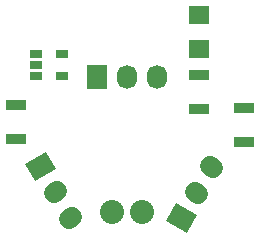
<source format=gbr>
G04 #@! TF.FileFunction,Soldermask,Top*
%FSLAX46Y46*%
G04 Gerber Fmt 4.6, Leading zero omitted, Abs format (unit mm)*
G04 Created by KiCad (PCBNEW (2015-08-15 BZR 6092)-product) date 3/22/2016 8:23:16 PM*
%MOMM*%
G01*
G04 APERTURE LIST*
%ADD10C,0.100000*%
%ADD11C,1.727200*%
%ADD12C,2.032000*%
%ADD13O,2.032000X2.032000*%
%ADD14R,1.727200X2.032000*%
%ADD15O,1.727200X2.032000*%
%ADD16R,1.060000X0.650000*%
%ADD17R,1.800860X1.597660*%
%ADD18R,1.700000X0.900000*%
G04 APERTURE END LIST*
D10*
G36*
X132822082Y-96521973D02*
X133685682Y-98017773D01*
X131925918Y-99033773D01*
X131062318Y-97537973D01*
X132822082Y-96521973D01*
X132822082Y-96521973D01*
G37*
D11*
X133735982Y-99832095D02*
X133472018Y-99984495D01*
X135005982Y-102031800D02*
X134742018Y-102184200D01*
D10*
G36*
X143000318Y-102360027D02*
X143863918Y-100864227D01*
X145623682Y-101880227D01*
X144760082Y-103376027D01*
X143000318Y-102360027D01*
X143000318Y-102360027D01*
G37*
D11*
X145410018Y-99913505D02*
X145673982Y-100065905D01*
X146680018Y-97713800D02*
X146943982Y-97866200D01*
D12*
X140970000Y-101600000D03*
D13*
X138430000Y-101600000D03*
D14*
X137160000Y-90170000D03*
D15*
X139700000Y-90170000D03*
X142240000Y-90170000D03*
D16*
X131996000Y-88204000D03*
X131996000Y-89154000D03*
X131996000Y-90104000D03*
X134196000Y-90104000D03*
X134196000Y-88204000D03*
D17*
X145796000Y-87779860D03*
X145796000Y-84940140D03*
D18*
X145796000Y-92890000D03*
X145796000Y-89990000D03*
X149606000Y-95684000D03*
X149606000Y-92784000D03*
X130302000Y-95430000D03*
X130302000Y-92530000D03*
M02*

</source>
